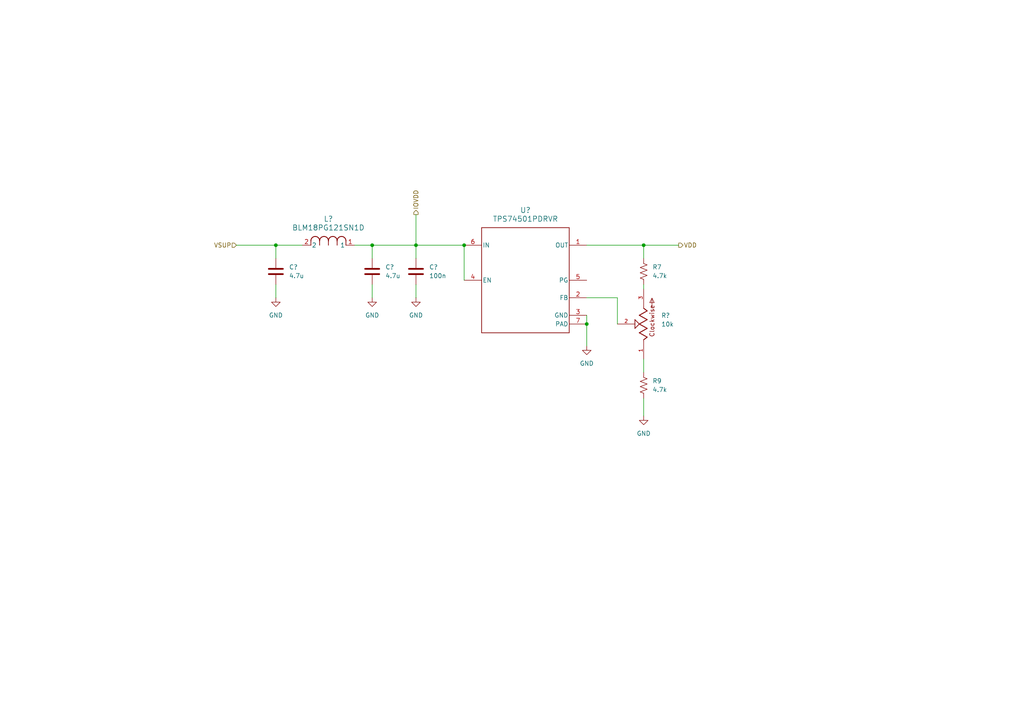
<source format=kicad_sch>
(kicad_sch (version 20231120) (generator "eeschema") (generator_version "8.0")
  (paper "A4")
  (lib_symbols
    (symbol "2024-09-16_06-39-17:BLM18PG121SN1D" (pin_names (offset 0.254))
      (property "Reference" "L" (at 6.985 5.08 0))
      (property "Value" "BLM18PG121SN1D" (at 6.985 -2.54 0))
      (symbol "BLM18PG121SN1D_1_1"
        (polyline (pts (xy 2.54 0) (xy 2.54 1.27)) (stroke (width 0.2032)))
        (polyline (pts (xy 5.08 0) (xy 5.08 1.27)) (stroke (width 0.2032)))
        (polyline (pts (xy 7.62 0) (xy 7.62 1.27)) (stroke (width 0.2032)))
        (polyline (pts (xy 10.16 0) (xy 10.16 1.27)) (stroke (width 0.2032)))
        (polyline (pts (xy 12.7 0) (xy 12.7 1.27)) (stroke (width 0.2032)))
        (arc (start 5.08 1.27) (mid 3.81 2.5344) (end 2.54 1.27) (stroke (width 0.254)))
        (arc (start 7.62 1.27) (mid 6.35 2.5344) (end 5.08 1.27) (stroke (width 0.254)))
        (arc (start 10.16 1.27) (mid 8.89 2.5344) (end 7.62 1.27) (stroke (width 0.254)))
        (arc (start 12.7 1.27) (mid 11.43 2.5344) (end 10.16 1.27) (stroke (width 0.254)))
        (pin unspecified line (at 15.24 0 180) (length 2.54) (name "1") (number "1"))
        (pin unspecified line (at 0 0 0) (length 2.54) (name "2") (number "2"))
      )
      (symbol "BLM18PG121SN1D_1_2"
        (arc (start -1.27 5.08) (mid -2.5344 3.81) (end -1.27 2.54) (stroke (width 0.254)))
        (arc (start -1.27 7.62) (mid -2.5344 6.35) (end -1.27 5.08) (stroke (width 0.254)))
        (arc (start -1.27 10.16) (mid -2.5344 8.89) (end -1.27 7.62) (stroke (width 0.254)))
        (arc (start -1.27 12.7) (mid -2.5344 11.43) (end -1.27 10.16) (stroke (width 0.254)))
        (polyline (pts (xy 0 2.54) (xy -1.27 2.54)) (stroke (width 0.2032)))
        (polyline (pts (xy 0 5.08) (xy -1.27 5.08)) (stroke (width 0.2032)))
        (polyline (pts (xy 0 7.62) (xy -1.27 7.62)) (stroke (width 0.2032)))
        (polyline (pts (xy 0 10.16) (xy -1.27 10.16)) (stroke (width 0.2032)))
        (polyline (pts (xy 0 12.7) (xy -1.27 12.7)) (stroke (width 0.2032)))
        (pin unspecified line (at 0 15.24 270) (length 2.54) (name "1") (number "1"))
        (pin unspecified line (at 0 0 90) (length 2.54) (name "2") (number "2"))
      )
    )
    (symbol "Device:C" (pin_numbers hide) (pin_names (offset 0.254))
      (property "Reference" "C" (at 0.635 2.54 0))
      (property "Value" "C" (at 0.635 -2.54 0))
      (symbol "C_0_1"
        (polyline (pts (xy -2.032 -0.762) (xy 2.032 -0.762)) (stroke (width 0.508)))
        (polyline (pts (xy -2.032 0.762) (xy 2.032 0.762)) (stroke (width 0.508)))
      )
      (symbol "C_1_1"
        (pin passive line (at 0 3.81 270) (length 2.794) (name "~") (number "1"))
        (pin passive line (at 0 -3.81 90) (length 2.794) (name "~") (number "2"))
      )
    )
    (symbol "Device:R_US" (pin_numbers hide) (pin_names (offset 0))
      (property "Reference" "R" (at 2.54 0 90))
      (property "Value" "R_US" (at -2.54 0 90))
      (symbol "R_US_0_1"
        (polyline (pts (xy 0 -2.286) (xy 0 -2.54)))
        (polyline (pts (xy 0 2.286) (xy 0 2.54)))
        (polyline (pts (xy 0 -0.762) (xy 1.016 -1.143) (xy 0 -1.524) (xy -1.016 -1.905) (xy 0 -2.286)))
        (polyline (pts (xy 0 0.762) (xy 1.016 0.381) (xy 0 0) (xy -1.016 -0.381) (xy 0 -0.762)))
        (polyline (pts (xy 0 2.286) (xy 1.016 1.905) (xy 0 1.524) (xy -1.016 1.143) (xy 0 0.762)))
      )
      (symbol "R_US_1_1"
        (pin passive line (at 0 3.81 270) (length 1.27) (name "~") (number "1"))
        (pin passive line (at 0 -3.81 90) (length 1.27) (name "~") (number "2"))
      )
    )
    (symbol "TPS745_LDO:TPS74501PDRVR" (pin_names (offset 0.254))
      (property "Reference" "U" (at 0 2.54 0))
      (property "Value" "TPS74501PDRVR" (at 0 0 0))
      (symbol "TPS74501PDRVR_0_1"
        (polyline (pts (xy -12.7 -15.24) (xy 12.7 -15.24)) (stroke (width 0.2032)))
        (polyline (pts (xy -12.7 15.24) (xy -12.7 -15.24)) (stroke (width 0.2032)))
        (polyline (pts (xy 12.7 -15.24) (xy 12.7 15.24)) (stroke (width 0.2032)))
        (polyline (pts (xy 12.7 15.24) (xy -12.7 15.24)) (stroke (width 0.2032)))
        (pin power_in line (at 17.78 10.16 180) (length 5.08) (name "OUT") (number "1"))
        (pin input line (at 17.78 -5.08 180) (length 5.08) (name "FB") (number "2"))
        (pin power_in line (at 17.78 -10.16 180) (length 5.08) (name "GND") (number "3"))
        (pin input line (at -17.78 0 0) (length 5.08) (name "EN") (number "4"))
        (pin open_collector line (at 17.78 0 180) (length 5.08) (name "PG") (number "5"))
        (pin power_in line (at -17.78 10.16 0) (length 5.08) (name "IN") (number "6"))
        (pin power_in line (at 17.78 -12.7 180) (length 5.08) (name "PAD") (number "7"))
      )
    )
    (symbol "pot_10turn:PV37W103C01B00" (pin_names (offset 1.016))
      (property "Reference" "R" (at -10.6887 7.6348 0))
      (property "Value" "PV37W103C01B00" (at -10.6887 -5.5953 0))
      (symbol "PV37W103C01B00_0_0"
        (polyline (pts (xy -4.572 0) (xy -5.08 0)) (stroke (width 0.1524)))
        (polyline (pts (xy -3.81 -1.016) (xy -4.572 0)) (stroke (width 0.254)))
        (polyline (pts (xy -2.54 1.27) (xy -3.81 -1.016)) (stroke (width 0.254)))
        (polyline (pts (xy -1.27 -1.016) (xy -2.54 1.27)) (stroke (width 0.254)))
        (polyline (pts (xy -1.27 2.54) (xy 1.27 2.54)) (stroke (width 0.2032)))
        (polyline (pts (xy 0 1.27) (xy -1.27 -1.016)) (stroke (width 0.254)))
        (polyline (pts (xy 0 1.27) (xy -1.27 2.54)) (stroke (width 0.2032)))
        (polyline (pts (xy 1.27 -1.016) (xy 0 1.27)) (stroke (width 0.254)))
        (polyline (pts (xy 1.27 2.54) (xy 0 1.27)) (stroke (width 0.2032)))
        (polyline (pts (xy 2.54 1.27) (xy 1.27 -1.016)) (stroke (width 0.254)))
        (polyline (pts (xy 3.81 -1.016) (xy 2.54 1.27)) (stroke (width 0.254)))
        (polyline (pts (xy 4.572 0) (xy 3.81 -1.016)) (stroke (width 0.254)))
        (polyline (pts (xy 4.953 -2.413) (xy 7.493 -2.413)) (stroke (width 0.1524)))
        (polyline (pts (xy 5.08 0) (xy 4.572 0)) (stroke (width 0.1524)))
        (polyline (pts (xy 6.223 -3.048) (xy 6.223 -1.778)) (stroke (width 0.1524)))
        (polyline (pts (xy 6.223 -1.778) (xy 7.493 -2.413)) (stroke (width 0.1524)))
        (polyline (pts (xy 7.493 -2.413) (xy 6.223 -3.048)) (stroke (width 0.1524)))
        (text "Clockwise" (at -3.81 -3.175 0) (effects (font (size 1.27 1.27)) (justify left bottom)))
        (pin passive line (at -10.16 0 0) (length 5.08) (name "~") (number "1"))
        (pin passive line (at 0 7.62 270) (length 5.08) (name "~") (number "2"))
        (pin passive line (at 10.16 0 180) (length 5.08) (name "~") (number "3"))
      )
    )
    (symbol "power:GND" (power) (pin_numbers hide) (pin_names (offset 0) hide)
      (property "Value" "GND" (at 0 -3.81 0))
      (symbol "GND_0_1"
        (polyline (pts (xy 0 0) (xy 0 -1.27) (xy 1.27 -1.27) (xy 0 -2.54) (xy -1.27 -1.27) (xy 0 -1.27)))
      )
      (symbol "GND_1_1"
        (pin power_in line (at 0 0 270) (length 0) (name "~") (number "1"))
      )
    )
  )
  (junction (at 170.18 93.98))
  (junction (at 107.95 71.12))
  (junction (at 134.62 71.12))
  (junction (at 186.69 71.12))
  (junction (at 80.01 71.12))
  (junction (at 120.65 71.12))
  (wire (pts (xy 186.69 115.57) (xy 186.69 120.65)))
  (wire (pts (xy 120.65 82.55) (xy 120.65 86.36)))
  (wire (pts (xy 68.58 71.12) (xy 80.01 71.12)))
  (wire (pts (xy 186.69 71.12) (xy 186.69 74.93)))
  (wire (pts (xy 102.87 71.12) (xy 107.95 71.12)))
  (wire (pts (xy 134.62 71.12) (xy 134.62 81.28)))
  (wire (pts (xy 186.69 71.12) (xy 196.85 71.12)))
  (wire (pts (xy 179.07 86.36) (xy 170.18 86.36)))
  (wire (pts (xy 120.65 71.12) (xy 134.62 71.12)))
  (wire (pts (xy 107.95 71.12) (xy 120.65 71.12)))
  (wire (pts (xy 80.01 71.12) (xy 87.63 71.12)))
  (wire (pts (xy 107.95 71.12) (xy 107.95 74.93)))
  (wire (pts (xy 179.07 93.98) (xy 179.07 86.36)))
  (wire (pts (xy 170.18 91.44) (xy 170.18 93.98)))
  (wire (pts (xy 170.18 71.12) (xy 186.69 71.12)))
  (wire (pts (xy 107.95 82.55) (xy 107.95 86.36)))
  (wire (pts (xy 120.65 71.12) (xy 120.65 62.23)))
  (wire (pts (xy 120.65 71.12) (xy 120.65 74.93)))
  (wire (pts (xy 80.01 82.55) (xy 80.01 86.36)))
  (wire (pts (xy 186.69 104.14) (xy 186.69 107.95)))
  (wire (pts (xy 186.69 82.55) (xy 186.69 83.82)))
  (wire (pts (xy 80.01 71.12) (xy 80.01 74.93)))
  (wire (pts (xy 170.18 93.98) (xy 170.18 100.33)))
  (hierarchical_label "VSUP" (shape input) (at 68.58 71.12 180))
  (hierarchical_label "VDD" (shape output) (at 196.85 71.12 0))
  (hierarchical_label "IOVDD" (shape output) (at 120.65 62.23 90))
  (symbol (lib_id "pot_10turn:PV37W103C01B00") (at 186.69 93.98 90) (unit 1)
    (property "Reference" "R?" (at 191.77 91.5034 90) (effects (justify right)))
    (property "Value" "10k" (at 191.77 94.0434 90) (effects (justify right)))
    (property "Footprint" "ECE628_lib:potentiometer_10turn" (effects (hide yes)))
    (property "PARTREV" "08/19" (effects (hide yes)))
    (property "STANDARD" "Manufacturer recommendations" (effects (hide yes)))
    (property "MAXIMUM_PACKAGE_HEIGHT" "7.75 mm" (effects (hide yes)))
    (property "MANUFACTURER" "Bourns" (effects (hide yes)))
    (property "Sim.Device" "R" (effects (hide yes)))
    (property "Sim.Type" "POT" (effects (hide yes)))
    (property "Sim.Pins" "1=r0 2=wiper 3=r1" (effects (hide yes)))
    (property "Sim.Params" "r=10k pos=0.5" (effects (hide yes)))
  )
  (symbol (lib_id "Device:C") (at 107.95 78.74 0) (unit 1)
    (property "Reference" "C?" (at 111.76 77.4699 0) (effects (justify left)))
    (property "Value" "4.7u" (at 111.76 80.0099 0) (effects (justify left)))
    (property "Footprint" "Capacitor_SMD:C_0603_1608Metric" (effects (hide yes)))
    (property "Description" "Unpolarized capacitor" (effects (hide yes)))
  )
  (symbol (lib_id "Device:C") (at 80.01 78.74 0) (unit 1)
    (property "Reference" "C?" (at 83.82 77.4699 0) (effects (justify left)))
    (property "Value" "4.7u" (at 83.82 80.0099 0) (effects (justify left)))
    (property "Footprint" "Capacitor_SMD:C_0603_1608Metric" (effects (hide yes)))
    (property "Description" "Unpolarized capacitor" (effects (hide yes)))
  )
  (symbol (lib_id "Device:C") (at 120.65 78.74 0) (unit 1)
    (property "Reference" "C?" (at 124.46 77.4699 0) (effects (justify left)))
    (property "Value" "100n" (at 124.46 80.0099 0) (effects (justify left)))
    (property "Footprint" "Capacitor_SMD:C_0402_1005Metric" (effects (hide yes)))
    (property "Description" "Unpolarized capacitor" (effects (hide yes)))
  )
  (symbol (lib_id "power:GND") (at 107.95 86.36 0) (unit 1)
    (property "Reference" "#PWR?" (effects (hide yes)))
    (property "Value" "GND" (at 107.95 91.44 0))
    (property "Description" "Power symbol creates a global label with name \"GND\" , ground" (effects (hide yes)))
  )
  (symbol (lib_id "2024-09-16_06-39-17:BLM18PG121SN1D") (at 87.63 71.12 0) (unit 1)
    (property "Reference" "L?" (at 95.25 63.5 0) (effects (font (size 1.524 1.524))))
    (property "Value" "BLM18PG121SN1D" (at 95.25 66.04 0) (effects (font (size 1.524 1.524))))
    (property "Footprint" "ferriteBead120OhmFootprints:IND_BLM18_0603_MUR" (effects (hide yes)))
    (property "Datasheet" "BLM18PG121SN1D" (effects (hide yes)))
    (property "Sim.Library" "/home/maxwell/github-repos/sp-24-EE628/6_Test/2_PCB/test_board_1/TestBoardEDA/models/BLM18PG121SN1.mod" (effects (hide yes)))
    (property "Sim.Name" "BLM18PG121SN1" (effects (hide yes)))
    (property "Sim.Device" "SUBCKT" (effects (hide yes)))
    (property "Sim.Pins" "1=port1 2=port2" (effects (hide yes)))
  )
  (symbol (lib_id "power:GND") (at 120.65 86.36 0) (unit 1)
    (property "Reference" "#PWR?" (effects (hide yes)))
    (property "Value" "GND" (at 120.65 91.44 0))
    (property "Description" "Power symbol creates a global label with name \"GND\" , ground" (effects (hide yes)))
  )
  (symbol (lib_id "Device:R_US") (at 186.69 111.76 0) (unit 1)
    (property "Reference" "R9" (at 189.23 110.4899 0) (effects (justify left)))
    (property "Value" "4.7k" (at 189.23 113.0299 0) (effects (justify left)))
    (property "Description" "Resistor, US symbol" (effects (hide yes)))
  )
  (symbol (lib_id "power:GND") (at 80.01 86.36 0) (unit 1)
    (property "Reference" "#PWR?" (effects (hide yes)))
    (property "Value" "GND" (at 80.01 91.44 0))
    (property "Description" "Power symbol creates a global label with name \"GND\" , ground" (effects (hide yes)))
  )
  (symbol (lib_id "power:GND") (at 170.18 100.33 0) (unit 1)
    (property "Reference" "#PWR?" (effects (hide yes)))
    (property "Value" "GND" (at 170.18 105.41 0))
    (property "Description" "Power symbol creates a global label with name \"GND\" , ground" (effects (hide yes)))
  )
  (symbol (lib_id "TPS745_LDO:TPS74501PDRVR") (at 152.4 81.28 0) (unit 1)
    (property "Reference" "U?" (at 152.4 60.96 0) (effects (font (size 1.524 1.524))))
    (property "Value" "TPS74501PDRVR" (at 152.4 63.5 0) (effects (font (size 1.524 1.524))))
    (property "Footprint" "tps745Footprints:DRV0006A" (effects (hide yes)))
    (property "Datasheet" "TPS74501PDRVR" (effects (hide yes)))
    (property "Sim.Library" "/home/maxwell/github-repos/sp-24-EE628/6_Test/2_PCB/test_board_1/TestBoardEDA/models/TPS74501P_TRANS.lib" (effects (hide yes)))
    (property "Sim.Name" "TPS74501P_TRANS" (effects (hide yes)))
    (property "Sim.Device" "SUBCKT" (effects (hide yes)))
    (property "Sim.Pins" "1=VOUT 2=FB 3=GND 4=EN 5=PG 6=VIN" (effects (hide yes)))
  )
  (symbol (lib_id "Device:R_US") (at 186.69 78.74 0) (unit 1)
    (property "Reference" "R7" (at 189.23 77.4699 0) (effects (justify left)))
    (property "Value" "4.7k" (at 189.23 80.0099 0) (effects (justify left)))
    (property "Description" "Resistor, US symbol" (effects (hide yes)))
  )
  (symbol (lib_id "power:GND") (at 186.69 120.65 0) (unit 1)
    (property "Reference" "#PWR?" (effects (hide yes)))
    (property "Value" "GND" (at 186.69 125.73 0))
    (property "Description" "Power symbol creates a global label with name \"GND\" , ground" (effects (hide yes)))
  )
)
</source>
